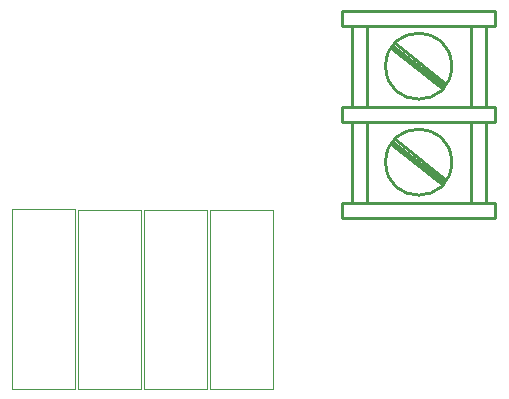
<source format=gbr>
G04 #@! TF.GenerationSoftware,KiCad,Pcbnew,(6.0.5)*
G04 #@! TF.CreationDate,2022-06-02T01:00:37-04:00*
G04 #@! TF.ProjectId,Receiver_Out,52656365-6976-4657-925f-4f75742e6b69,v1*
G04 #@! TF.SameCoordinates,Original*
G04 #@! TF.FileFunction,Other,ECO1*
%FSLAX46Y46*%
G04 Gerber Fmt 4.6, Leading zero omitted, Abs format (unit mm)*
G04 Created by KiCad (PCBNEW (6.0.5)) date 2022-06-02 01:00:37*
%MOMM*%
%LPD*%
G01*
G04 APERTURE LIST*
%ADD10C,0.254000*%
%ADD11C,0.050000*%
G04 APERTURE END LIST*
D10*
X115386800Y-136110800D02*
X116656800Y-136110800D01*
X114574000Y-127982800D02*
X114574000Y-129252800D01*
X127528000Y-121124800D02*
X127528000Y-119854800D01*
X127528000Y-127982800D02*
X114574000Y-127982800D01*
X118866600Y-122826600D02*
X123235400Y-126255600D01*
X115386800Y-121124800D02*
X115386800Y-127982800D01*
X118866600Y-130954600D02*
X123235400Y-134383600D01*
X126715200Y-127982800D02*
X126715200Y-121124800D01*
X119019000Y-130751400D02*
X123387800Y-134180400D01*
X127528000Y-129252800D02*
X127528000Y-127982800D01*
X114574000Y-137380800D02*
X127528000Y-137380800D01*
X118739600Y-131157800D02*
X123108400Y-134586800D01*
X127528000Y-136110800D02*
X114574000Y-136110800D01*
X126715200Y-121124800D02*
X125445200Y-121124800D01*
X125445200Y-136110800D02*
X126715200Y-136110800D01*
X126715200Y-129252800D02*
X125445200Y-129252800D01*
X125445200Y-121124800D02*
X125445200Y-127982800D01*
X116656800Y-121124800D02*
X115386800Y-121124800D01*
X127528000Y-137380800D02*
X127528000Y-136110800D01*
X114574000Y-136110800D02*
X114574000Y-137380800D01*
X115386800Y-129252800D02*
X115386800Y-136110800D01*
X114574000Y-129252800D02*
X127528000Y-129252800D01*
X116656800Y-136110800D02*
X116656800Y-129252800D01*
X125445200Y-129252800D02*
X125445200Y-136110800D01*
X118739600Y-123029800D02*
X123108400Y-126458800D01*
X126715200Y-136110800D02*
X126715200Y-129252800D01*
X119019000Y-122623400D02*
X123387800Y-126052400D01*
X115386800Y-127982800D02*
X116656800Y-127982800D01*
X127528000Y-119854800D02*
X114574000Y-119854800D01*
X116656800Y-127982800D02*
X116656800Y-121124800D01*
X116656800Y-129252800D02*
X115386800Y-129252800D01*
X114574000Y-119854800D02*
X114574000Y-121124800D01*
X125445200Y-127982800D02*
X126715200Y-127982800D01*
X114574000Y-121124800D02*
X127528000Y-121124800D01*
X123846039Y-124553800D02*
G75*
G03*
X123846039Y-124553800I-2795039J0D01*
G01*
X123846039Y-132681800D02*
G75*
G03*
X123846039Y-132681800I-2795039J0D01*
G01*
D11*
X97547000Y-151903600D02*
X92247000Y-151903600D01*
X92247000Y-136703600D02*
X97547000Y-136703600D01*
X92247000Y-151903600D02*
X92247000Y-136703600D01*
X97547000Y-136703600D02*
X97547000Y-151903600D01*
X108723000Y-151903600D02*
X103423000Y-151903600D01*
X103423000Y-151903600D02*
X103423000Y-136703600D01*
X103423000Y-136703600D02*
X108723000Y-136703600D01*
X108723000Y-136703600D02*
X108723000Y-151903600D01*
X91959000Y-151888600D02*
X86659000Y-151888600D01*
X86659000Y-151888600D02*
X86659000Y-136688600D01*
X86659000Y-136688600D02*
X91959000Y-136688600D01*
X91959000Y-136688600D02*
X91959000Y-151888600D01*
X97835000Y-151903600D02*
X97835000Y-136703600D01*
X103135000Y-151903600D02*
X97835000Y-151903600D01*
X97835000Y-136703600D02*
X103135000Y-136703600D01*
X103135000Y-136703600D02*
X103135000Y-151903600D01*
M02*

</source>
